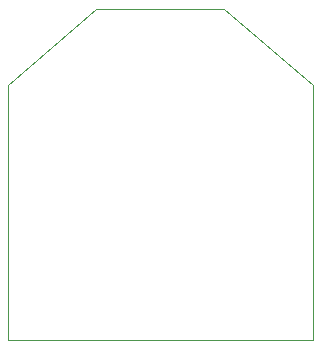
<source format=gbr>
%FSLAX34Y34*%
G04 Gerber Fmt 3.4, Leading zero omitted, Abs format*
G04 (created by PCBNEW (2013-12-14 BZR 4555)-product) date Wed 05 Mar 2014 18:38:52 EST*
%MOIN*%
G01*
G70*
G90*
G04 APERTURE LIST*
%ADD10C,0.005906*%
%ADD11C,0.003937*%
G04 APERTURE END LIST*
G54D10*
G54D11*
X2125Y2767D02*
X5074Y232D01*
X-2129Y2771D02*
X2125Y2767D01*
X-2129Y2771D02*
X-5070Y232D01*
X5074Y-8271D02*
X5074Y232D01*
X-5070Y-8271D02*
X-5070Y232D01*
X-5070Y-8271D02*
X5074Y-8271D01*
M02*

</source>
